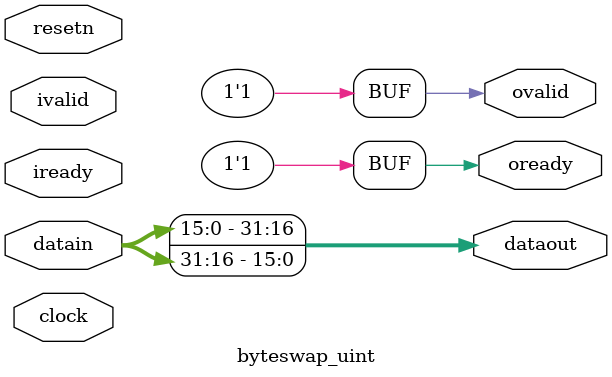
<source format=v>
`timescale 1 ps / 1 ps
 
module byteswap_uint (
  input   clock,
  input   resetn,
  input   ivalid, 
  input   iready,
  output  ovalid,
  output  oready,
  input   [31:0]  datain,
  output  [31:0]  dataout);
 
  assign  ovalid = 1'b1;
  assign  oready = 1'b1;
  // clk, ivalid, iready, resetn are ignored
  assign dataout = {datain[15:0], datain[31:16]};
 
endmodule
</source>
